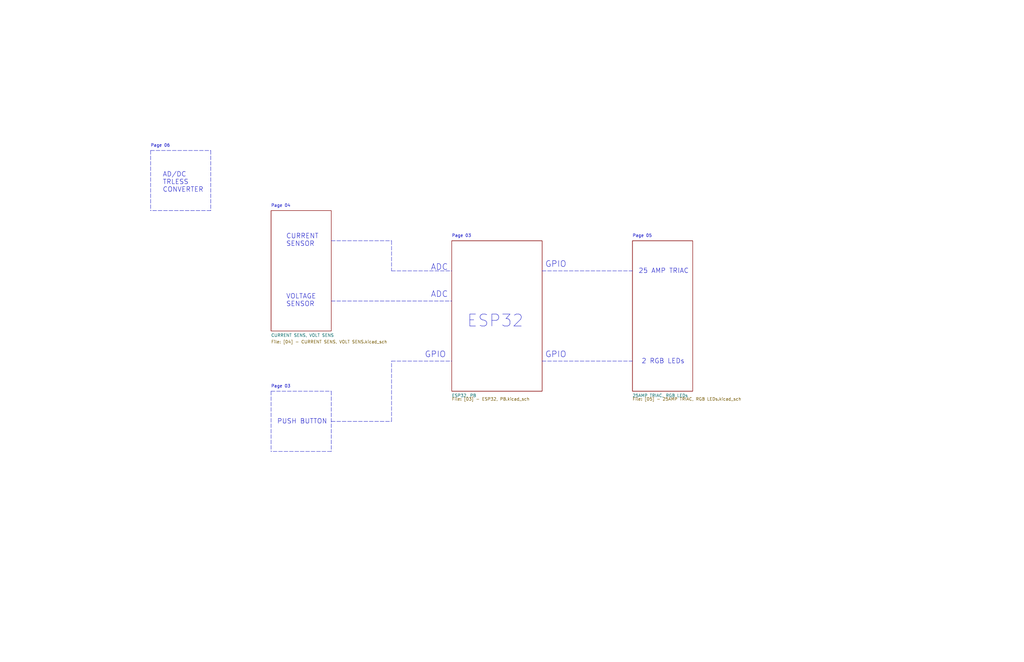
<source format=kicad_sch>
(kicad_sch (version 20211123) (generator eeschema)
  (paper "B")
  (lib_symbols)
  (polyline (pts (xy 165.1 114.3) (xy 190.5 114.3)))
  (polyline (pts (xy 63.5 63.5) (xy 88.9 63.5)))
  (polyline (pts (xy 165.1 152.4) (xy 190.5 152.4)))
  (polyline (pts (xy 139.7 190.5) (xy 114.3 190.5)))
  (polyline (pts (xy 228.6 152.4) (xy 266.7 152.4)))
  (polyline (pts (xy 139.7 165.1) (xy 139.7 190.5)))
  (polyline (pts (xy 114.3 165.1) (xy 114.3 190.5)))
  (polyline (pts (xy 88.9 63.5) (xy 88.9 88.9)))
  (polyline (pts (xy 228.6 114.3) (xy 266.7 114.3)))
  (polyline (pts (xy 63.5 63.5) (xy 63.5 88.9)))
  (polyline (pts (xy 139.7 101.6) (xy 165.1 101.6)))
  (polyline (pts (xy 139.7 127) (xy 190.5 127)))
  (polyline (pts (xy 88.9 88.9) (xy 63.5 88.9)))
  (polyline (pts (xy 139.7 177.8) (xy 165.1 177.8)))
  (polyline (pts (xy 165.1 177.8) (xy 165.1 152.4)))
  (polyline (pts (xy 165.1 101.6) (xy 165.1 114.3)))
  (polyline (pts (xy 114.3 165.1) (xy 139.7 165.1)))
  (text "Page 03" (at 190.5 100.33 0) (effects (font (size 1.27 1.27)) (justify left bottom)))
  (text "Page 06" (at 63.5 62.23 0) (effects (font (size 1.27 1.27)) (justify left bottom)))
  (text "Page 05" (at 266.7 100.33 0) (effects (font (size 1.27 1.27)) (justify left bottom)))
  (text "ADC" (at 181.61 125.73 0) (effects (font (size 2.5 2.5)) (justify left bottom)))
  (text "GPIO" (at 229.87 113.03 0) (effects (font (size 2.5 2.5)) (justify left bottom)))
  (text "CURRENT \nSENSOR" (at 120.65 104.14 0) (effects (font (size 2 2)) (justify left bottom)))
  (text "GPIO" (at 179.07 151.13 0) (effects (font (size 2.5 2.5)) (justify left bottom)))
  (text "ADC" (at 181.61 114.3 0) (effects (font (size 2.5 2.5)) (justify left bottom)))
  (text "VOLTAGE \nSENSOR" (at 120.65 129.54 0) (effects (font (size 2 2)) (justify left bottom)))
  (text "25 AMP TRIAC" (at 269.24 115.57 0) (effects (font (size 2 2)) (justify left bottom)))
  (text "AD/DC\nTRLESS\nCONVERTER" (at 68.58 81.28 0) (effects (font (size 2 2)) (justify left bottom)))
  (text "GPIO" (at 229.87 151.13 0) (effects (font (size 2.5 2.5)) (justify left bottom)))
  (text "PUSH BUTTON" (at 116.84 179.07 0) (effects (font (size 2 2)) (justify left bottom)))
  (text "ESP32" (at 196.85 138.43 0) (effects (font (size 5 5)) (justify left bottom)))
  (text "Page 04" (at 114.3 87.63 0) (effects (font (size 1.27 1.27)) (justify left bottom)))
  (text "2 RGB LEDs" (at 270.51 153.67 0) (effects (font (size 2 2)) (justify left bottom)))
  (text "Page 03" (at 114.3 163.83 0) (effects (font (size 1.27 1.27)) (justify left bottom)))
  (sheet (at 190.5 101.6) (size 38.1 63.5) (stroke (width 0.1524))
    (property "Sheet name" "ESP32, PB" (at 190.5 167.64 0) (effects (justify left bottom)))
    (property "Sheet file" "[03] - ESP32, PB.kicad_sch" (at 190.5 167.64 0) (effects (justify left top)))
  )
  (sheet (at 114.3 88.9) (size 25.4 50.8) (stroke (width 0.1524))
    (property "Sheet name" "CURRENT SENS, VOLT SENS" (at 114.3 142.24 0) (effects (justify left bottom)))
    (property "Sheet file" "[04] - CURRENT SENS, VOLT SENS.kicad_sch" (at 114.3 143.51 0) (effects (justify left top)))
  )
  (sheet (at 266.7 101.6) (size 25.4 63.5) (stroke (width 0.1524))
    (property "Sheet name" "25AMP TRIAC, RGB LEDs" (at 266.7 167.64 0) (effects (justify left bottom)))
    (property "Sheet file" "[05] - 25AMP TRIAC, RGB LEDs.kicad_sch" (at 266.7 167.64 0) (effects (justify left top)))
  )
)
</source>
